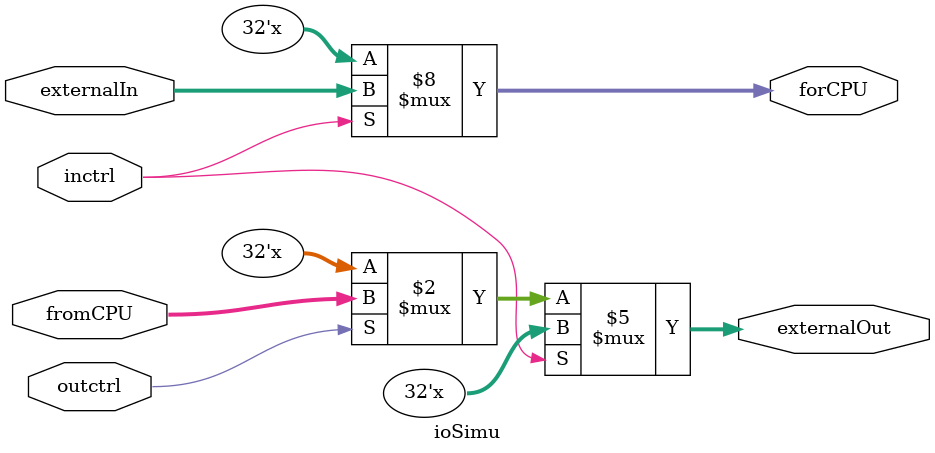
<source format=v>


module ioSimu(
	input outctrl,
	input inctrl,
	input [0:31] fromCPU,
	input [0:31] externalIn,
	output reg [0:31] forCPU,
	output reg [0:31] externalOut
);

always @(*)

begin

	if(inctrl) forCPU <= externalIn;
	
	else if(outctrl) externalOut <= fromCPU;

end

endmodule 
</source>
